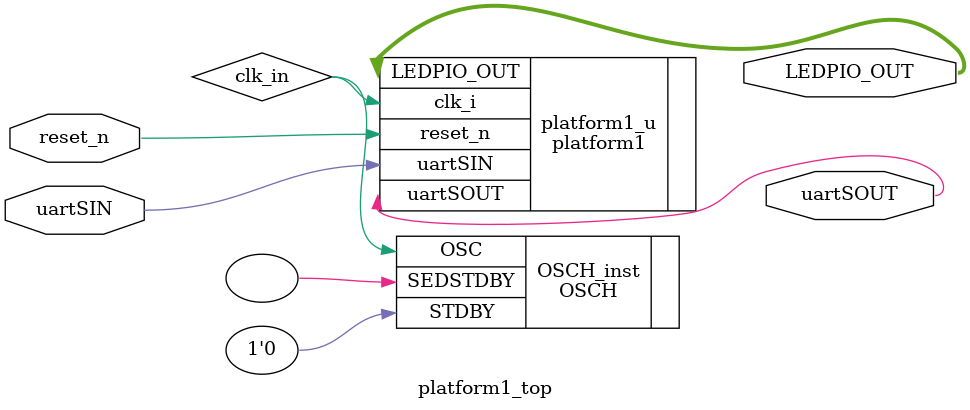
<source format=v>
`include "../soc/platform1.v"
module platform1_top
(
input reset_n,
input uartSIN,
output uartSOUT,
output [7:0] LEDPIO_OUT
);
// MachX02 internal oscillator generates platform clock
wire clk_in;
OSCH OSCH_inst (.OSC(clk_in), .SEDSTDBY(), .STDBY(1'b0));
defparam OSCH_inst.NOM_FREQ = "24.18";
platform1 platform1_u
(
.clk_i (clk_in),
.reset_n (reset_n),
.LEDPIO_OUT (LEDPIO_OUT),
.uartSIN (uartSIN),
.uartSOUT (uartSOUT)
);
endmodule
</source>
